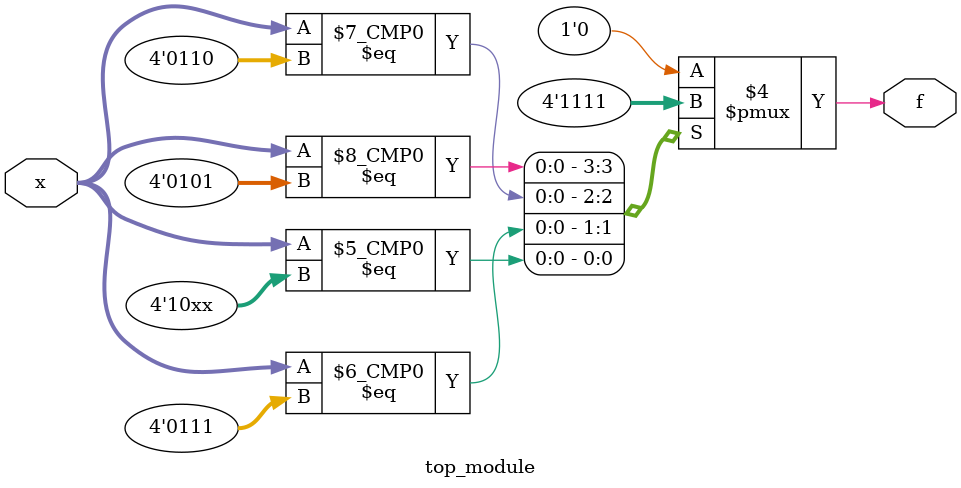
<source format=sv>
module top_module (
	input [4:1] x,
	output logic f
);
	always_comb begin
		case (x)
			4'b00xx: f = 1'b0;
			4'b0100: f = 1'b0;
			4'b0101: f = 1'b1;
			4'b0110: f = 1'b1; // Updated output value
			4'b0111: f = 1'b1;
			4'b10xx: f = 1'b1;
			4'b110x: f = 1'b0; // Updated output value
			default: f = 1'b0;
		endcase
	end
endmodule

</source>
